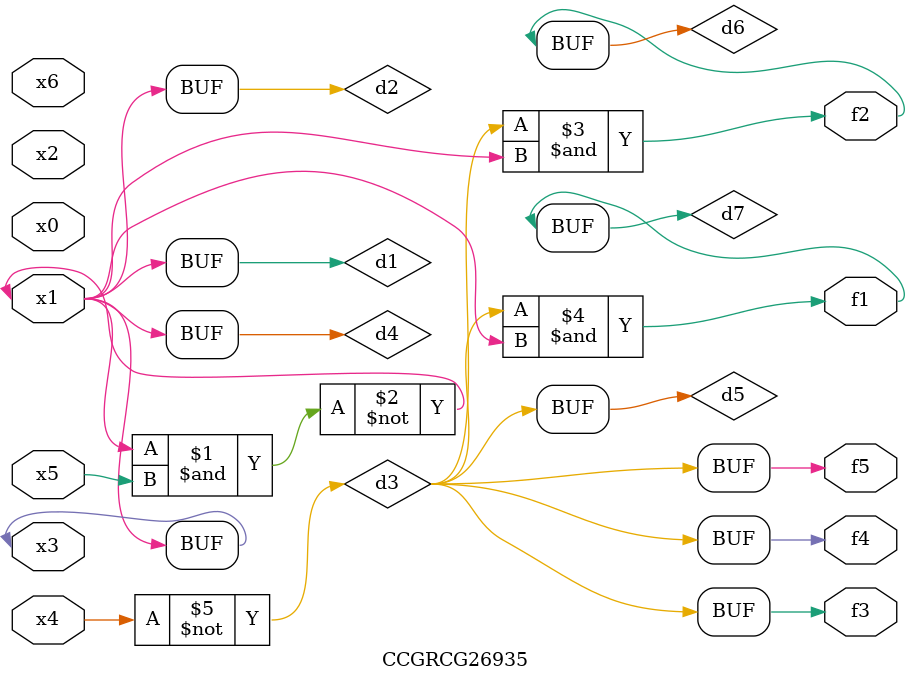
<source format=v>
module CCGRCG26935(
	input x0, x1, x2, x3, x4, x5, x6,
	output f1, f2, f3, f4, f5
);

	wire d1, d2, d3, d4, d5, d6, d7;

	buf (d1, x1, x3);
	nand (d2, x1, x5);
	not (d3, x4);
	buf (d4, d1, d2);
	buf (d5, d3);
	and (d6, d3, d4);
	and (d7, d3, d4);
	assign f1 = d7;
	assign f2 = d6;
	assign f3 = d5;
	assign f4 = d5;
	assign f5 = d5;
endmodule

</source>
